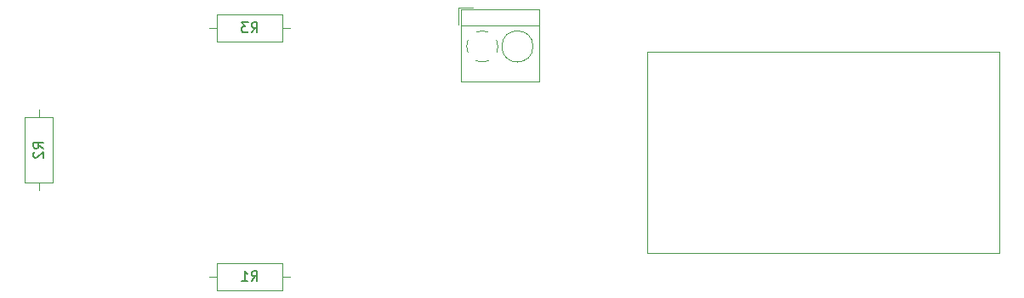
<source format=gbr>
%TF.GenerationSoftware,KiCad,Pcbnew,(6.0.9-0)*%
%TF.CreationDate,2023-03-02T18:02:04+01:00*%
%TF.ProjectId,FilamentSpoolScale,46696c61-6d65-46e7-9453-706f6f6c5363,rev?*%
%TF.SameCoordinates,Original*%
%TF.FileFunction,Legend,Bot*%
%TF.FilePolarity,Positive*%
%FSLAX46Y46*%
G04 Gerber Fmt 4.6, Leading zero omitted, Abs format (unit mm)*
G04 Created by KiCad (PCBNEW (6.0.9-0)) date 2023-03-02 18:02:04*
%MOMM*%
%LPD*%
G01*
G04 APERTURE LIST*
%ADD10C,0.150000*%
%ADD11C,0.120000*%
G04 APERTURE END LIST*
D10*
%TO.C,R1*%
X55266666Y-60252380D02*
X55600000Y-59776190D01*
X55838095Y-60252380D02*
X55838095Y-59252380D01*
X55457142Y-59252380D01*
X55361904Y-59300000D01*
X55314285Y-59347619D01*
X55266666Y-59442857D01*
X55266666Y-59585714D01*
X55314285Y-59680952D01*
X55361904Y-59728571D01*
X55457142Y-59776190D01*
X55838095Y-59776190D01*
X54314285Y-60252380D02*
X54885714Y-60252380D01*
X54600000Y-60252380D02*
X54600000Y-59252380D01*
X54695238Y-59395238D01*
X54790476Y-59490476D01*
X54885714Y-59538095D01*
%TO.C,R3*%
X55266666Y-35452380D02*
X55600000Y-34976190D01*
X55838095Y-35452380D02*
X55838095Y-34452380D01*
X55457142Y-34452380D01*
X55361904Y-34500000D01*
X55314285Y-34547619D01*
X55266666Y-34642857D01*
X55266666Y-34785714D01*
X55314285Y-34880952D01*
X55361904Y-34928571D01*
X55457142Y-34976190D01*
X55838095Y-34976190D01*
X54933333Y-34452380D02*
X54314285Y-34452380D01*
X54647619Y-34833333D01*
X54504761Y-34833333D01*
X54409523Y-34880952D01*
X54361904Y-34928571D01*
X54314285Y-35023809D01*
X54314285Y-35261904D01*
X54361904Y-35357142D01*
X54409523Y-35404761D01*
X54504761Y-35452380D01*
X54790476Y-35452380D01*
X54885714Y-35404761D01*
X54933333Y-35357142D01*
%TO.C,R2*%
X34552380Y-47013333D02*
X34076190Y-46680000D01*
X34552380Y-46441904D02*
X33552380Y-46441904D01*
X33552380Y-46822857D01*
X33600000Y-46918095D01*
X33647619Y-46965714D01*
X33742857Y-47013333D01*
X33885714Y-47013333D01*
X33980952Y-46965714D01*
X34028571Y-46918095D01*
X34076190Y-46822857D01*
X34076190Y-46441904D01*
X33647619Y-47394285D02*
X33600000Y-47441904D01*
X33552380Y-47537142D01*
X33552380Y-47775238D01*
X33600000Y-47870476D01*
X33647619Y-47918095D01*
X33742857Y-47965714D01*
X33838095Y-47965714D01*
X33980952Y-47918095D01*
X34552380Y-47346666D01*
X34552380Y-47965714D01*
D11*
%TO.C,J3*%
X75850000Y-32950000D02*
X77350000Y-32950000D01*
X76090000Y-40310000D02*
X83910000Y-40310000D01*
X76090000Y-34750000D02*
X83910000Y-34750000D01*
X76090000Y-40310000D02*
X76090000Y-33190000D01*
X75850000Y-34690000D02*
X75850000Y-32950000D01*
X76090000Y-33190000D02*
X83910000Y-33190000D01*
X83910000Y-40310000D02*
X83910000Y-33190000D01*
X79682109Y-37457742D02*
G75*
G03*
X79682000Y-36242000I-1432112J607743D01*
G01*
X78277011Y-35294507D02*
G75*
G03*
X77642000Y-35418000I-27013J-1555481D01*
G01*
X76817891Y-36242258D02*
G75*
G03*
X76818000Y-37458000I1432109J-607742D01*
G01*
X77642258Y-38282109D02*
G75*
G03*
X78858000Y-38282000I607742J1432109D01*
G01*
X78857587Y-35418615D02*
G75*
G03*
X78250000Y-35295000I-607587J-1431385D01*
G01*
X83305000Y-36850000D02*
G75*
G03*
X83305000Y-36850000I-1555000J0D01*
G01*
%TO.C,J2*%
X129700000Y-57450000D02*
X94700000Y-57450000D01*
X94700000Y-37350000D02*
X129700000Y-37350000D01*
X129700000Y-37350000D02*
X129700000Y-57450000D01*
X94700000Y-57450000D02*
X94700000Y-37350000D01*
%TO.C,R1*%
X51830000Y-61170000D02*
X51830000Y-58430000D01*
X58370000Y-61170000D02*
X51830000Y-61170000D01*
X58370000Y-58430000D02*
X58370000Y-61170000D01*
X59140000Y-59800000D02*
X58370000Y-59800000D01*
X51060000Y-59800000D02*
X51830000Y-59800000D01*
X51830000Y-58430000D02*
X58370000Y-58430000D01*
%TO.C,R3*%
X51830000Y-33630000D02*
X58370000Y-33630000D01*
X51060000Y-35000000D02*
X51830000Y-35000000D01*
X58370000Y-36370000D02*
X51830000Y-36370000D01*
X58370000Y-33630000D02*
X58370000Y-36370000D01*
X51830000Y-36370000D02*
X51830000Y-33630000D01*
X59140000Y-35000000D02*
X58370000Y-35000000D01*
%TO.C,R2*%
X32730000Y-50450000D02*
X32730000Y-43910000D01*
X35470000Y-50450000D02*
X32730000Y-50450000D01*
X35470000Y-43910000D02*
X35470000Y-50450000D01*
X34100000Y-43140000D02*
X34100000Y-43910000D01*
X34100000Y-51220000D02*
X34100000Y-50450000D01*
X32730000Y-43910000D02*
X35470000Y-43910000D01*
%TD*%
M02*

</source>
